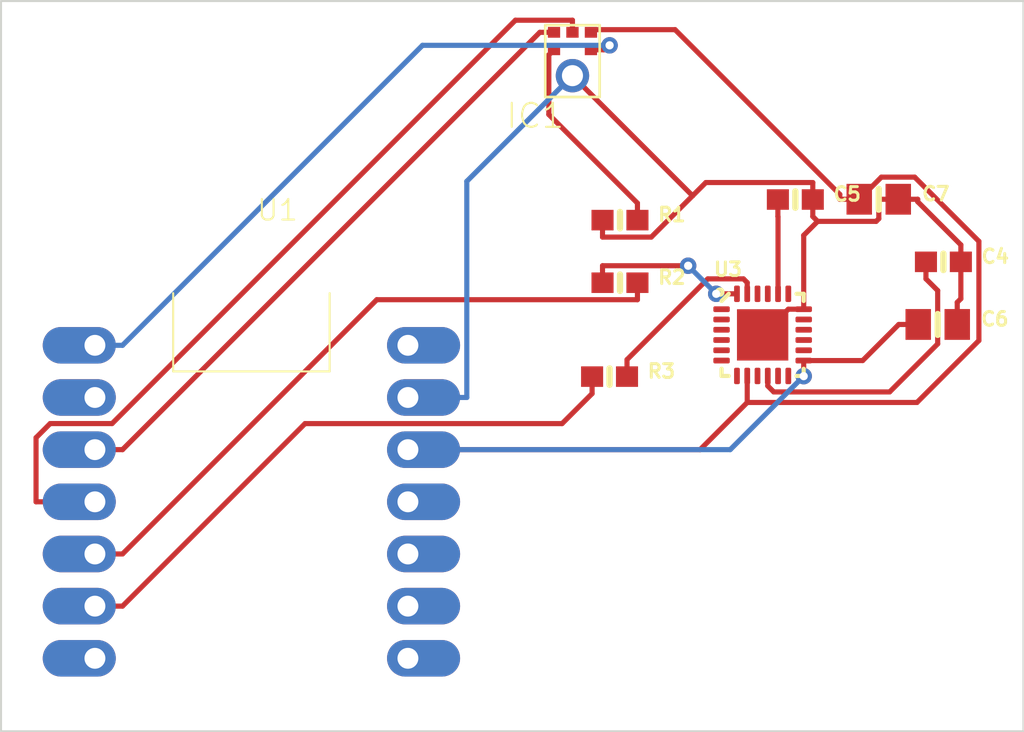
<source format=kicad_pcb>
(kicad_pcb (version 20221018) (generator pcbnew)
  (title_block (title "Sensing PCB") (date "2024-01-24") (rev "v2") (company "Ashwin Nishad"))
  (layers (0 "F.Cu" signal) (31 "B.Cu" signal) (34 "B.Paste" user) (35 "F.Paste" user) (36 "B.SilkS" user "B.Silkscreen") (37 "F.SilkS" user "F.Silkscreen") (38 "B.Mask" user) (39 "F.Mask" user) (44 "Edge.Cuts" user))
  (net 0 "")
  (net 1 "Net-(IC1-BCLK)")
  (net 3 "Net-(IC1-WS)")
  (net 4 "Net-(IC1-DATA)")
  (net 5 "Net-(U1-GPIO4_A3_D3_SDA)")
  (net 6 "Net-(U1-GPIO6_A5_D5_SCL)")
  (net 9 "GND")
  (net 10 "/3.3V")
  (net 15 "/SELECT")
  (net 16 "/CLKIN")
  (net 17 "/SDA_EXT")
  (net 18 "/SCL_EXT")
  (net 19 "/AD0")
  (net 20 "/REGOUT")
  (net 21 "/FSYNC_IN")
  (net 22 "/INT")
  (net 24 "/CPOUT")
  (net 27 "/SCL_3V")
  (net 28 "/SDA_3V")
  (footprint "MEMSMIC:0805-NO" (layer "F.Cu") (at 165.855 94.742)
    (fp_text reference "C7" (at 2.032 0.127) (layer "F.SilkS") (effects (font (size 0.666496 0.666496) (thickness 0.146304)) (justify left bottom)))
    (fp_text value "220pF")
    (fp_line (start 0 -0.508) (end 0 0.508) (stroke (width 0.3048)) (layer "F.SilkS"))
    (pad "1" smd rect (at -0.95 0) (size 1.24 1.5) (layers "F.Cu" "F.Paste" "F.Mask") (net 10 "/3.3V"))
    (pad "2" smd rect (at 0.95 0) (size 1.24 1.5) (layers "F.Cu" "F.Paste" "F.Mask") (net 9 "GND"))
  )
  (footprint "MEMSMIC:0603-NO" (layer "F.Cu") (at 153.255 98.806)
    (fp_text reference "R2" (at 1.778 0.127) (layer "F.SilkS") (effects (font (size 0.666496 0.666496) (thickness 0.146304)) (justify left bottom)))
    (fp_text value "4.7k")
    (fp_line (start 0 -0.4) (end 0 0.4) (stroke (width 0.3048)) (layer "F.SilkS"))
    (pad "1" smd rect (at -0.85 0) (size 1.075 1) (layers "F.Cu" "F.Paste" "F.Mask") (net 28 "/SDA_3V"))
    (pad "2" smd rect (at 0.85 0) (size 1.075 1) (layers "F.Cu" "F.Paste" "F.Mask") (net 5 "Net-(U1-GPIO4_A3_D3_SDA)"))
  )
  (footprint "MPU6050:0603-NO" (layer "F.Cu") (at 169.003 97.79)
    (fp_text reference "C4" (at 1.778 0.127) (layer "F.SilkS") (effects (font (size 0.666496 0.666496) (thickness 0.146304)) (justify left bottom)))
    (fp_text value "0.1uF")
    (fp_line (start 0 -0.4) (end 0 0.4) (stroke (width 0.3048)) (layer "F.SilkS"))
    (pad "1" smd rect (at -0.85 0) (size 1.075 1) (layers "F.Cu" "F.Paste" "F.Mask") (net 20 "/REGOUT"))
    (pad "2" smd rect (at 0.85 0) (size 1.075 1) (layers "F.Cu" "F.Paste" "F.Mask") (net 9 "GND"))
  )
  (footprint "514_KiCAD_Demo:XIAO_ESP32_SENSE" (layer "F.Cu") (at 135.309 109.474)
    (fp_text reference "U1" (at 1.27 -14.2 unlocked) (layer "F.SilkS") (effects (font (thickness 0.1))))
    (fp_text value "~")
    (fp_line (start -3.81 -10.16) (end -3.81 -6.35) (stroke (width 0.1)) (layer "F.SilkS"))
    (fp_line (start -3.81 -6.35) (end 3.81 -6.35) (stroke (width 0.1)) (layer "F.SilkS"))
    (fp_line (start 3.81 -6.35) (end 3.81 -10.16) (stroke (width 0.1)) (layer "F.SilkS"))
    (pad "1" thru_hole oval (at -7.62 -7.62) (size 3.556 1.778) (drill 1.016 (offset -0.762 0)) (layers "*.Cu" "*.Mask") (net 1 "Net-(IC1-BCLK)"))
    (pad "2" thru_hole oval (at -7.62 -5.08) (size 3.556 1.778) (drill 1.016 (offset -0.762 0)) (layers "*.Cu" "*.Mask"))
    (pad "3" thru_hole oval (at -7.62 -2.54) (size 3.556 1.778) (drill 1.016 (offset -0.762 0)) (layers "*.Cu" "*.Mask") (net 3 "Net-(IC1-WS)"))
    (pad "4" thru_hole oval (at -7.62 0) (size 3.556 1.778) (drill 1.016 (offset -0.762 0)) (layers "*.Cu" "*.Mask") (net 4 "Net-(IC1-DATA)"))
    (pad "5" thru_hole oval (at -7.62 2.54) (size 3.556 1.778) (drill 1.016 (offset -0.762 0)) (layers "*.Cu" "*.Mask") (net 5 "Net-(U1-GPIO4_A3_D3_SDA)"))
    (pad "6" thru_hole oval (at -7.62 5.08) (size 3.556 1.778) (drill 1.016 (offset -0.762 0)) (layers "*.Cu" "*.Mask") (net 6 "Net-(U1-GPIO6_A5_D5_SCL)"))
    (pad "7" thru_hole oval (at -7.62 7.62) (size 3.556 1.778) (drill 1.016 (offset -0.762 0)) (layers "*.Cu" "*.Mask"))
    (pad "8" thru_hole oval (at 7.62 -7.62) (size 3.556 1.778) (drill 1.016 (offset 0.762 0)) (layers "*.Cu" "*.Mask"))
    (pad "9" thru_hole oval (at 7.62 -5.08) (size 3.556 1.778) (drill 1.016 (offset 0.762 0)) (layers "*.Cu" "*.Mask") (net 9 "GND"))
    (pad "10" thru_hole oval (at 7.62 -2.54) (size 3.556 1.778) (drill 1.016 (offset 0.762 0)) (layers "*.Cu" "*.Mask") (net 10 "/3.3V"))
    (pad "11" thru_hole oval (at 7.62 0) (size 3.556 1.778) (drill 1.016 (offset 0.762 0)) (layers "*.Cu" "*.Mask"))
    (pad "12" thru_hole oval (at 7.62 2.54) (size 3.556 1.778) (drill 1.016 (offset 0.762 0)) (layers "*.Cu" "*.Mask"))
    (pad "13" thru_hole oval (at 7.62 5.08) (size 3.556 1.778) (drill 1.016 (offset 0.762 0)) (layers "*.Cu" "*.Mask"))
    (pad "14" thru_hole oval (at 7.62 7.62) (size 3.556 1.778) (drill 1.016 (offset 0.762 0)) (layers "*.Cu" "*.Mask"))
  )
  (footprint "MEMSMIC:SPH0645LM4H" (layer "F.Cu") (at 150.941 88.014)
    (fp_text reference "IC1" (at -3.3 3.35) (layer "F.SilkS") (effects (font (size 1.1684 1.1684) (thickness 0.1016)) (justify left bottom)))
    (fp_text value "MIC")
    (fp_line (start -1.325 -1.75) (end 1.325 -1.75) (stroke (width 0.127)) (layer "F.SilkS"))
    (fp_line (start -1.325 1.75) (end -1.325 -1.75) (stroke (width 0.127)) (layer "F.SilkS"))
    (fp_line (start 1.325 -1.75) (end 1.325 1.75) (stroke (width 0.127)) (layer "F.SilkS"))
    (fp_line (start 1.325 1.75) (end -1.325 1.75) (stroke (width 0.127)) (layer "F.SilkS"))
    (pad "1" smd rect (at -0.9 -1.4) (size 0.6 0.525) (layers "F.Cu" "F.Paste" "F.Mask") (net 3 "Net-(IC1-WS)"))
    (pad "2" smd rect (at -0.9 -0.55) (size 0.6 0.525) (layers "F.Cu" "F.Paste" "F.Mask") (net 15 "/SELECT"))
    (pad "3" thru_hole circle (at 0 0.71) (size 1.625 1.625) (drill 1.025) (layers "*.Cu" "*.Mask") (net 9 "GND"))
    (pad "4" smd rect (at 0.9 -0.55) (size 0.6 0.525) (layers "F.Cu" "F.Paste" "F.Mask") (net 1 "Net-(IC1-BCLK)"))
    (pad "5" smd rect (at 0.9 -1.4) (size 0.6 0.525) (layers "F.Cu" "F.Paste" "F.Mask") (net 10 "/3.3V"))
    (pad "6" smd rect (at 0 -1.4) (size 0.6 0.525) (layers "F.Cu" "F.Paste" "F.Mask") (net 4 "Net-(IC1-DATA)"))
  )
  (footprint "MPU6050:QFN24_4MM_SMSC" (layer "F.Cu") (at 160.201 101.346)
    (fp_text reference "U3" (at -2.45 -2.8) (layer "F.SilkS") (effects (font (size 0.666496 0.666496) (thickness 0.146304)) (justify left bottom)))
    (fp_text value "MPU-6050")
    (fp_line (start -2 2) (end -2 1.65) (stroke (width 0.2032)) (layer "F.SilkS"))
    (fp_line (start -1.65 -2) (end -2 -1.65) (stroke (width 0.2032)) (layer "F.SilkS"))
    (fp_line (start -1.65 2) (end -2 2) (stroke (width 0.2032)) (layer "F.SilkS"))
    (fp_line (start 1.65 2) (end 2 2) (stroke (width 0.2032)) (layer "F.SilkS"))
    (fp_line (start 2 -2) (end 1.65 -2) (stroke (width 0.2032)) (layer "F.SilkS"))
    (fp_line (start 2 -1.65) (end 2 -2) (stroke (width 0.2032)) (layer "F.SilkS"))
    (fp_line (start 2 1.65) (end 2 2) (stroke (width 0.2032)) (layer "F.SilkS"))
    (fp_circle (center -2.0828 -2.0828) (end -1.9558 -2.0828) (stroke (width 0.2032)) (fill none) (layer "F.SilkS"))
    (pad "1" smd roundrect (at -2 -1.25 180) (size 0.8 0.28) (layers "F.Cu" "F.Paste" "F.Mask") (net 16 "/CLKIN"))
    (pad "2" smd roundrect (at -2 -0.75 180) (size 0.8 0.28) (layers "F.Cu" "F.Paste" "F.Mask"))
    (pad "3" smd roundrect (at -2 -0.25 180) (size 0.8 0.28) (layers "F.Cu" "F.Paste" "F.Mask"))
    (pad "4" smd roundrect (at -2 0.25 180) (size 0.8 0.28) (layers "F.Cu" "F.Paste" "F.Mask"))
    (pad "5" smd roundrect (at -2 0.75 180) (size 0.8 0.28) (layers "F.Cu" "F.Paste" "F.Mask"))
    (pad "6" smd roundrect (at -2 1.25 180) (size 0.8 0.28) (layers "F.Cu" "F.Paste" "F.Mask") (net 17 "/SDA_EXT"))
    (pad "7" smd roundrect (at -1.25 2 90) (size 0.8 0.28) (layers "F.Cu" "F.Paste" "F.Mask") (net 18 "/SCL_EXT"))
    (pad "8" smd roundrect (at -0.75 2 90) (size 0.8 0.28) (layers "F.Cu" "F.Paste" "F.Mask") (net 10 "/3.3V"))
    (pad "9" smd roundrect (at -0.25 2 90) (size 0.8 0.28) (layers "F.Cu" "F.Paste" "F.Mask") (net 19 "/AD0"))
    (pad "10" smd roundrect (at 0.25 2 90) (size 0.8 0.28) (layers "F.Cu" "F.Paste" "F.Mask") (net 20 "/REGOUT"))
    (pad "11" smd roundrect (at 0.75 2 90) (size 0.8 0.28) (layers "F.Cu" "F.Paste" "F.Mask") (net 21 "/FSYNC_IN"))
    (pad "12" smd roundrect (at 1.25 2 90) (size 0.8 0.28) (layers "F.Cu" "F.Paste" "F.Mask") (net 22 "/INT"))
    (pad "13" smd roundrect (at 2 1.25) (size 0.8 0.28) (layers "F.Cu" "F.Paste" "F.Mask") (net 10 "/3.3V"))
    (pad "14" smd roundrect (at 2 0.75) (size 0.8 0.28) (layers "F.Cu" "F.Paste" "F.Mask"))
    (pad "15" smd roundrect (at 2 0.25) (size 0.8 0.28) (layers "F.Cu" "F.Paste" "F.Mask"))
    (pad "16" smd roundrect (at 2 -0.25) (size 0.8 0.28) (layers "F.Cu" "F.Paste" "F.Mask"))
    (pad "17" smd roundrect (at 2 -0.75) (size 0.8 0.28) (layers "F.Cu" "F.Paste" "F.Mask"))
    (pad "18" smd roundrect (at 2 -1.25) (size 0.8 0.28) (layers "F.Cu" "F.Paste" "F.Mask") (net 9 "GND"))
    (pad "19" smd roundrect (at 1.25 -2 270) (size 0.8 0.28) (layers "F.Cu" "F.Paste" "F.Mask"))
    (pad "20" smd roundrect (at 0.75 -2 270) (size 0.8 0.28) (layers "F.Cu" "F.Paste" "F.Mask") (net 24 "/CPOUT"))
    (pad "21" smd roundrect (at 0.25 -2 270) (size 0.8 0.28) (layers "F.Cu" "F.Paste" "F.Mask"))
    (pad "22" smd roundrect (at -0.25 -2 270) (size 0.8 0.28) (layers "F.Cu" "F.Paste" "F.Mask"))
    (pad "23" smd roundrect (at -0.75 -2 270) (size 0.8 0.28) (layers "F.Cu" "F.Paste" "F.Mask") (net 27 "/SCL_3V"))
    (pad "24" smd roundrect (at -1.25 -2 270) (size 0.8 0.28) (layers "F.Cu" "F.Paste" "F.Mask") (net 28 "/SDA_3V"))
    (pad "THERM" smd rect (at 0 0) (size 2.5 2.5) (layers "F.Cu" "F.Mask") (net 9 "GND"))
  )
  (footprint "MPU6050:0603-NO" (layer "F.Cu") (at 161.7934 94.7552)
    (fp_text reference "C5" (at 1.778 0.127) (layer "F.SilkS") (effects (font (size 0.666496 0.666496) (thickness 0.146304)) (justify left bottom)))
    (fp_text value "2.2nF")
    (fp_line (start 0 -0.4) (end 0 0.4) (stroke (width 0.3048)) (layer "F.SilkS"))
    (pad "1" smd rect (at -0.85 0) (size 1.075 1) (layers "F.Cu" "F.Paste" "F.Mask") (net 24 "/CPOUT"))
    (pad "2" smd rect (at 0.85 0) (size 1.075 1) (layers "F.Cu" "F.Paste" "F.Mask") (net 9 "GND"))
  )
  (footprint "MEMSMIC:0603-NO" (layer "F.Cu") (at 153.255 95.758)
    (fp_text reference "R1" (at 1.778 0.127) (layer "F.SilkS") (effects (font (size 0.666496 0.666496) (thickness 0.146304)) (justify left bottom)))
    (fp_text value "10k")
    (fp_line (start 0 -0.4) (end 0 0.4) (stroke (width 0.3048)) (layer "F.SilkS"))
    (pad "1" smd rect (at -0.85 0) (size 1.075 1) (layers "F.Cu" "F.Paste" "F.Mask") (net 9 "GND"))
    (pad "2" smd rect (at 0.85 0) (size 1.075 1) (layers "F.Cu" "F.Paste" "F.Mask") (net 15 "/SELECT"))
  )
  (footprint "MEMSMIC:0603-NO" (layer "F.Cu") (at 152.747 103.378)
    (fp_text reference "R3" (at 1.778 0.127) (layer "F.SilkS") (effects (font (size 0.666496 0.666496) (thickness 0.146304)) (justify left bottom)))
    (fp_text value "4.7k")
    (fp_line (start 0 -0.4) (end 0 0.4) (stroke (width 0.3048)) (layer "F.SilkS"))
    (pad "1" smd rect (at -0.85 0) (size 1.075 1) (layers "F.Cu" "F.Paste" "F.Mask") (net 6 "Net-(U1-GPIO6_A5_D5_SCL)"))
    (pad "2" smd rect (at 0.85 0) (size 1.075 1) (layers "F.Cu" "F.Paste" "F.Mask") (net 27 "/SCL_3V"))
  )
  (footprint "MEMSMIC:0805-NO" (layer "F.Cu") (at 168.727 100.838)
    (fp_text reference "C6" (at 2.032 0.127) (layer "F.SilkS") (effects (font (size 0.666496 0.666496) (thickness 0.146304)) (justify left bottom)))
    (fp_text value "1uF")
    (fp_line (start 0 -0.508) (end 0 0.508) (stroke (width 0.3048)) (layer "F.SilkS"))
    (pad "1" smd rect (at -0.95 0) (size 1.24 1.5) (layers "F.Cu" "F.Paste" "F.Mask") (net 10 "/3.3V"))
    (pad "2" smd rect (at 0.95 0) (size 1.24 1.5) (layers "F.Cu" "F.Paste" "F.Mask") (net 9 "GND"))
  )
  (gr_rect (start 123.117 85.09) (end 172.901 120.65) (stroke (width 0.1)) (fill none) (layer "Edge.Cuts"))
  (segment (start 152.685 87.2473) (end 152.75 87.2473) (width 0.25) (layer "F.Cu") (net 1))
  (segment (start 152.468 87.464) (end 152.685 87.2473) (width 0.25) (layer "F.Cu") (net 1))
  (segment (start 151.841 87.464) (end 152.468 87.464) (width 0.25) (layer "F.Cu") (net 1))
  (via (at 152.75 87.2473) (size 0.8) (drill 0.4) (layers "F.Cu" "B.Cu") (net 1))
  (segment (start 127.689 101.854) (end 129.032 101.854) (width 0.25) (layer "B.Cu") (net 1))
  (segment (start 129.032 101.854) (end 143.639 87.2473) (width 0.25) (layer "B.Cu") (net 1))
  (segment (start 143.639 87.2473) (end 152.75 87.2473) (width 0.25) (layer "B.Cu") (net 1))
  (segment (start 127.689 106.934) (end 129.032 106.934) (width 0.25) (layer "F.Cu") (net 3))
  (segment (start 129.032 106.934) (end 149.352 86.614) (width 0.25) (layer "F.Cu") (net 3))
  (segment (start 149.352 86.614) (end 150.041 86.614) (width 0.25) (layer "F.Cu") (net 3))
  (segment (start 127.689 109.474) (end 124.8221 109.474) (width 0.25) (layer "F.Cu") (net 4))
  (segment (start 150.941 86.0246) (end 150.941 86.614) (width 0.25) (layer "F.Cu") (net 4))
  (segment (start 124.8221 106.3518) (end 125.5099 105.664) (width 0.25) (layer "F.Cu") (net 4))
  (segment (start 124.8221 109.474) (end 124.8221 106.3518) (width 0.25) (layer "F.Cu") (net 4))
  (segment (start 125.5099 105.664) (end 128.524 105.664) (width 0.25) (layer "F.Cu") (net 4))
  (segment (start 128.524 105.664) (end 148.164 86.0246) (width 0.25) (layer "F.Cu") (net 4))
  (segment (start 148.164 86.0246) (end 150.941 86.0246) (width 0.25) (layer "F.Cu") (net 4))
  (segment (start 154.105 98.806) (end 154.105 99.6329) (width 0.25) (layer "F.Cu") (net 5))
  (segment (start 141.413 99.6329) (end 129.032 112.014) (width 0.25) (layer "F.Cu") (net 5))
  (segment (start 154.105 99.6329) (end 141.413 99.6329) (width 0.25) (layer "F.Cu") (net 5))
  (segment (start 129.032 112.014) (end 127.689 112.014) (width 0.25) (layer "F.Cu") (net 5))
  (segment (start 127.689 114.554) (end 129.032 114.554) (width 0.25) (layer "F.Cu") (net 6))
  (segment (start 151.897 104.2049) (end 151.897 103.378) (width 0.25) (layer "F.Cu") (net 6))
  (segment (start 137.92 105.6655) (end 150.436 105.6655) (width 0.25) (layer "F.Cu") (net 6))
  (segment (start 150.436 105.6655) (end 151.897 104.2049) (width 0.25) (layer "F.Cu") (net 6))
  (segment (start 129.032 114.554) (end 137.92 105.6655) (width 0.25) (layer "F.Cu") (net 6))
  (segment (start 169.677 99.7611) (end 169.853 99.5851) (width 0.25) (layer "F.Cu") (net 9))
  (segment (start 165.728 95.8189) (end 165.858 95.6889) (width 0.25) (layer "F.Cu") (net 9))
  (segment (start 162.201 96.4981) (end 162.88 95.8189) (width 0.25) (layer "F.Cu") (net 9))
  (segment (start 162.643 95.5821) (end 162.88 95.8189) (width 0.25) (layer "F.Cu") (net 9))
  (segment (start 162.643 94.7552) (end 162.6434 94.7552) (width 0.25) (layer "F.Cu") (net 9))
  (segment (start 165.858 94.742) (end 166.805 94.742) (width 0.25) (layer "F.Cu") (net 9))
  (segment (start 169.853 99.5851) (end 169.853 97.79) (width 0.25) (layer "F.Cu") (net 9))
  (segment (start 165.858 95.6889) (end 165.858 94.742) (width 0.25) (layer "F.Cu") (net 9))
  (segment (start 167.752 94.742) (end 167.752 94.862) (width 0.25) (layer "F.Cu") (net 9))
  (segment (start 162.201 100.096) (end 162.201 96.4981) (width 0.25) (layer "F.Cu") (net 9))
  (segment (start 150.941 88.724) (end 156.79 94.5729) (width 0.25) (layer "F.Cu") (net 9))
  (segment (start 162.643 93.9283) (end 162.643 94.7552) (width 0.25) (layer "F.Cu") (net 9))
  (segment (start 166.805 94.742) (end 167.752 94.742) (width 0.25) (layer "F.Cu") (net 9))
  (segment (start 162.88 95.8189) (end 165.728 95.8189) (width 0.25) (layer "F.Cu") (net 9))
  (segment (start 156.79 94.5729) (end 157.435 93.9283) (width 0.25) (layer "F.Cu") (net 9))
  (segment (start 152.405 95.758) (end 152.405 96.5849) (width 0.25) (layer "F.Cu") (net 9))
  (segment (start 167.752 94.862) (end 169.853 96.9631) (width 0.25) (layer "F.Cu") (net 9))
  (segment (start 157.435 93.9283) (end 162.643 93.9283) (width 0.25) (layer "F.Cu") (net 9))
  (segment (start 162.201 100.096) (end 161.451 100.096) (width 0.25) (layer "F.Cu") (net 9))
  (segment (start 154.778 96.5849) (end 156.79 94.5729) (width 0.25) (layer "F.Cu") (net 9))
  (segment (start 169.677 100.838) (end 169.677 99.7611) (width 0.25) (layer "F.Cu") (net 9))
  (segment (start 152.405 96.5849) (end 154.778 96.5849) (width 0.25) (layer "F.Cu") (net 9))
  (segment (start 161.451 100.096) (end 160.201 101.346) (width 0.25) (layer "F.Cu") (net 9))
  (segment (start 162.643 94.7552) (end 162.643 95.5821) (width 0.25) (layer "F.Cu") (net 9))
  (segment (start 169.853 96.9631) (end 169.853 97.79) (width 0.25) (layer "F.Cu") (net 9))
  (segment (start 142.929 104.394) (end 145.796 104.394) (width 0.25) (layer "B.Cu") (net 9))
  (segment (start 145.796 104.394) (end 145.796 93.8691) (width 0.25) (layer "B.Cu") (net 9))
  (segment (start 145.796 93.8691) (end 150.941 88.724) (width 0.25) (layer "B.Cu") (net 9))
  (segment (start 167.605 93.6651) (end 165.982 93.6651) (width 0.25) (layer "F.Cu") (net 10))
  (segment (start 142.929 106.934) (end 157.154 106.934) (width 0.25) (layer "F.Cu") (net 10))
  (segment (start 163.958 94.742) (end 163.958 94.5053) (width 0.25) (layer "F.Cu") (net 10))
  (segment (start 167.715 104.637) (end 170.731 101.6214) (width 0.25) (layer "F.Cu") (net 10))
  (segment (start 155.937 86.4839) (end 151.971 86.4839) (width 0.25) (layer "F.Cu") (net 10))
  (segment (start 170.731 101.6214) (end 170.731 96.7903) (width 0.25) (layer "F.Cu") (net 10))
  (segment (start 159.451 104.637) (end 159.451 103.346) (width 0.25) (layer "F.Cu") (net 10))
  (segment (start 151.971 86.4839) (end 151.841 86.614) (width 0.25) (layer "F.Cu") (net 10))
  (segment (start 166.83 100.838) (end 165.072 102.596) (width 0.25) (layer "F.Cu") (net 10))
  (segment (start 162.201 103.3553) (end 162.201 102.596) (width 0.25) (layer "F.Cu") (net 10))
  (segment (start 157.154 106.934) (end 159.451 104.637) (width 0.25) (layer "F.Cu") (net 10))
  (segment (start 164.905 94.742) (end 163.958 94.742) (width 0.25) (layer "F.Cu") (net 10))
  (segment (start 165.072 102.596) (end 162.201 102.596) (width 0.25) (layer "F.Cu") (net 10))
  (segment (start 159.451 104.637) (end 167.715 104.637) (width 0.25) (layer "F.Cu") (net 10))
  (segment (start 165.982 93.6651) (end 164.905 94.742) (width 0.25) (layer "F.Cu") (net 10))
  (segment (start 163.958 94.5053) (end 155.937 86.4839) (width 0.25) (layer "F.Cu") (net 10))
  (segment (start 170.731 96.7903) (end 167.605 93.6651) (width 0.25) (layer "F.Cu") (net 10))
  (segment (start 167.777 100.838) (end 166.83 100.838) (width 0.25) (layer "F.Cu") (net 10))
  (via (at 162.201 103.3553) (size 0.8) (drill 0.4) (layers "F.Cu" "B.Cu") (net 10))
  (segment (start 142.929 106.934) (end 158.622 106.934) (width 0.25) (layer "B.Cu") (net 10))
  (segment (start 158.622 106.934) (end 162.201 103.3553) (width 0.25) (layer "B.Cu") (net 10))
  (segment (start 154.105 95.758) (end 154.105 94.9311) (width 0.25) (layer "F.Cu") (net 15))
  (segment (start 154.105 94.9311) (end 149.79 90.6159) (width 0.25) (layer "F.Cu") (net 15))
  (segment (start 149.79 90.6159) (end 149.79 87.7152) (width 0.25) (layer "F.Cu") (net 15))
  (segment (start 149.79 87.7152) (end 150.041 87.464) (width 0.25) (layer "F.Cu") (net 15))
  (segment (start 168.724 99.1878) (end 168.724 101.7842) (width 0.25) (layer "F.Cu") (net 20))
  (segment (start 168.724 101.7842) (end 166.385 104.1231) (width 0.25) (layer "F.Cu") (net 20))
  (segment (start 168.153 98.6169) (end 168.724 99.1878) (width 0.25) (layer "F.Cu") (net 20))
  (segment (start 168.153 97.79) (end 168.153 98.6169) (width 0.25) (layer "F.Cu") (net 20))
  (segment (start 166.385 104.1231) (end 160.742 104.1231) (width 0.25) (layer "F.Cu") (net 20))
  (segment (start 160.742 104.1231) (end 160.451 103.8317) (width 0.25) (layer "F.Cu") (net 20))
  (segment (start 160.451 103.8317) (end 160.451 103.346) (width 0.25) (layer "F.Cu") (net 20))
  (segment (start 160.9434 95.1682) (end 160.9434 94.7552) (width 0.25) (layer "F.Cu") (net 24))
  (segment (start 160.943 95.5821) (end 160.951 95.5897) (width 0.25) (layer "F.Cu") (net 24))
  (segment (start 160.943 95.1686) (end 160.9434 95.1682) (width 0.25) (layer "F.Cu") (net 24))
  (segment (start 160.951 95.5897) (end 160.951 99.346) (width 0.25) (layer "F.Cu") (net 24))
  (segment (start 160.943 95.1686) (end 160.943 95.5821) (width 0.25) (layer "F.Cu") (net 24))
  (segment (start 160.943 94.7552) (end 160.943 95.1686) (width 0.25) (layer "F.Cu") (net 24))
  (segment (start 157.529 98.6188) (end 159.268 98.6188) (width 0.25) (layer "F.Cu") (net 27))
  (segment (start 159.268 98.6188) (end 159.451 98.8017) (width 0.25) (layer "F.Cu") (net 27))
  (segment (start 159.451 98.8017) (end 159.451 99.346) (width 0.25) (layer "F.Cu") (net 27))
  (segment (start 153.597 103.378) (end 153.597 102.5511) (width 0.25) (layer "F.Cu") (net 27))
  (segment (start 153.597 102.5511) (end 157.529 98.6188) (width 0.25) (layer "F.Cu") (net 27))
  (segment (start 158.951 99.346) (end 157.941 99.346) (width 0.25) (layer "F.Cu") (net 28))
  (segment (start 152.405 98.806) (end 152.405 97.9791) (width 0.25) (layer "F.Cu") (net 28))
  (segment (start 152.405 97.9791) (end 156.574 97.9791) (width 0.25) (layer "F.Cu") (net 28))
  (via (at 157.941 99.346) (size 0.8) (drill 0.4) (layers "F.Cu" "B.Cu") (net 28))
  (via (at 156.574 97.9791) (size 0.8) (drill 0.4) (layers "F.Cu" "B.Cu") (net 28))
  (segment (start 157.941 99.346) (end 156.574 97.9791) (width 0.25) (layer "B.Cu") (net 28))
)
</source>
